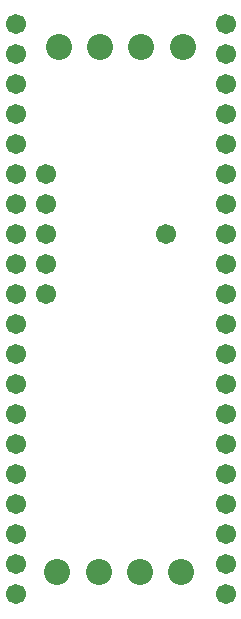
<source format=gbs>
G04 Layer: BottomSolderMaskLayer*
G04 EasyEDA Pro v2.2.39.2, 2025-05-20 15:29:26*
G04 Gerber Generator version 0.3*
G04 Scale: 100 percent, Rotated: No, Reflected: No*
G04 Dimensions in millimeters*
G04 Leading zeros omitted, absolute positions, 4 integers and 5 decimals*
G04 Generated by one-click*
%FSLAX45Y45*%
%MOMM*%
%ADD10C,1.7018*%
%ADD11C,2.2016*%
%ADD12C,0.6153*%
G75*


G04 Pad Start*
G54D10*
G01X127000Y-127000D03*
G01X127000Y-381000D03*
G01X127000Y-635000D03*
G01X127000Y-889000D03*
G01X127000Y-1143000D03*
G01X127000Y-1397000D03*
G01X127000Y-1651000D03*
G01X127000Y-1905000D03*
G01X127000Y-2159000D03*
G01X127000Y-2413000D03*
G01X1905000Y-127000D03*
G01X1905000Y-381000D03*
G01X1905000Y-635000D03*
G01X1905000Y-889000D03*
G01X1905000Y-1143000D03*
G01X1905000Y-1397000D03*
G01X1905000Y-2413000D03*
G01X1905000Y-2159000D03*
G01X1905000Y-1905000D03*
G01X1905000Y-1651000D03*
G01X127000Y-2667000D03*
G01X127000Y-2921000D03*
G01X127000Y-3175000D03*
G01X127000Y-3429000D03*
G01X127000Y-3683000D03*
G01X127000Y-3937000D03*
G01X127000Y-4953000D03*
G01X127000Y-4699000D03*
G01X127000Y-4445000D03*
G01X127000Y-4191000D03*
G01X1905000Y-2667000D03*
G01X1905000Y-4191000D03*
G01X1905000Y-4445000D03*
G01X1905000Y-4699000D03*
G01X1905000Y-4953000D03*
G01X1905000Y-3937000D03*
G01X1905000Y-3683000D03*
G01X1905000Y-3429000D03*
G01X1905000Y-3175000D03*
G01X1905000Y-2921000D03*
G01X381000Y-1651000D03*
G01X381000Y-1397000D03*
G01X381000Y-2159000D03*
G01X381000Y-2413000D03*
G01X381000Y-1905000D03*
G01X1397000Y-1905000D03*
G54D11*
G01X1540993Y-317500D03*
G01X1191006Y-317500D03*
G01X840994Y-317500D03*
G01X491007Y-317500D03*
G01X478307Y-4762500D03*
G01X828294Y-4762500D03*
G01X1178306Y-4762500D03*
G01X1528293Y-4762500D03*
G04 Pad End*

M02*


</source>
